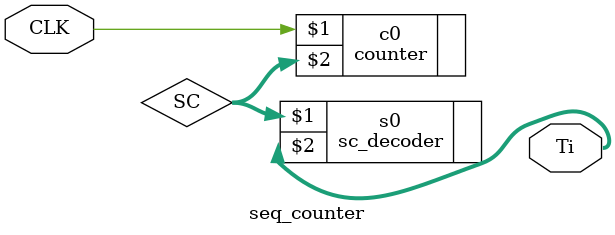
<source format=v>
module seq_counter(Ti,CLK);

output [15:0] Ti;
input CLK;
wire [3:0] SC;
counter c0(CLK,SC);
sc_decoder s0(SC,Ti);

endmodule




</source>
